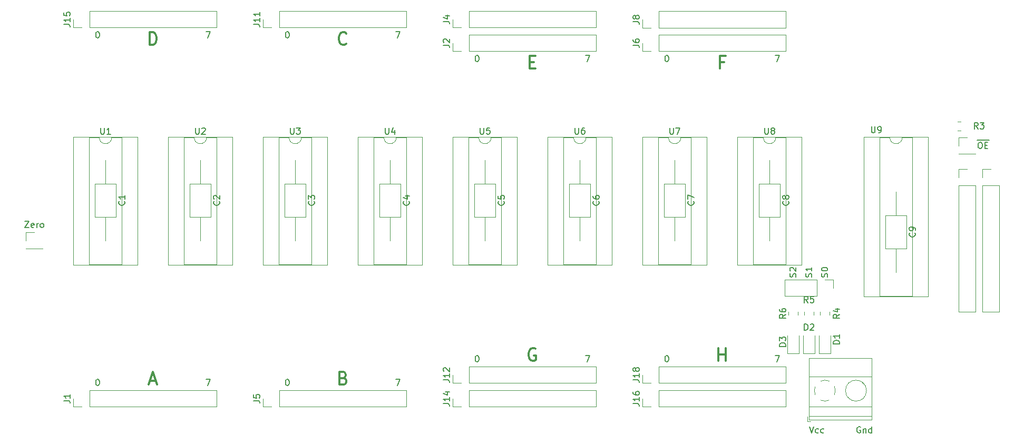
<source format=gbr>
%TF.GenerationSoftware,KiCad,Pcbnew,(5.1.8)-1*%
%TF.CreationDate,2023-02-14T21:38:17+03:00*%
%TF.ProjectId,MUX8x1-v3,4d555838-7831-42d7-9633-2e6b69636164,rev?*%
%TF.SameCoordinates,Original*%
%TF.FileFunction,Legend,Top*%
%TF.FilePolarity,Positive*%
%FSLAX46Y46*%
G04 Gerber Fmt 4.6, Leading zero omitted, Abs format (unit mm)*
G04 Created by KiCad (PCBNEW (5.1.8)-1) date 2023-02-14 21:38:17*
%MOMM*%
%LPD*%
G01*
G04 APERTURE LIST*
%ADD10C,0.300000*%
%ADD11C,0.150000*%
%ADD12C,0.120000*%
G04 APERTURE END LIST*
D10*
X49006190Y-42179761D02*
X49006190Y-40179761D01*
X49482380Y-40179761D01*
X49768095Y-40275000D01*
X49958571Y-40465476D01*
X50053809Y-40655952D01*
X50149047Y-41036904D01*
X50149047Y-41322619D01*
X50053809Y-41703571D01*
X49958571Y-41894047D01*
X49768095Y-42084523D01*
X49482380Y-42179761D01*
X49006190Y-42179761D01*
X80629047Y-41989285D02*
X80533809Y-42084523D01*
X80248095Y-42179761D01*
X80057619Y-42179761D01*
X79771904Y-42084523D01*
X79581428Y-41894047D01*
X79486190Y-41703571D01*
X79390952Y-41322619D01*
X79390952Y-41036904D01*
X79486190Y-40655952D01*
X79581428Y-40465476D01*
X79771904Y-40275000D01*
X80057619Y-40179761D01*
X80248095Y-40179761D01*
X80533809Y-40275000D01*
X80629047Y-40370238D01*
X110061428Y-44942142D02*
X110728095Y-44942142D01*
X111013809Y-45989761D02*
X110061428Y-45989761D01*
X110061428Y-43989761D01*
X111013809Y-43989761D01*
X141255714Y-44942142D02*
X140589047Y-44942142D01*
X140589047Y-45989761D02*
X140589047Y-43989761D01*
X141541428Y-43989761D01*
X140398571Y-92979761D02*
X140398571Y-90979761D01*
X140398571Y-91932142D02*
X141541428Y-91932142D01*
X141541428Y-92979761D02*
X141541428Y-90979761D01*
X111013809Y-91075000D02*
X110823333Y-90979761D01*
X110537619Y-90979761D01*
X110251904Y-91075000D01*
X110061428Y-91265476D01*
X109966190Y-91455952D01*
X109870952Y-91836904D01*
X109870952Y-92122619D01*
X109966190Y-92503571D01*
X110061428Y-92694047D01*
X110251904Y-92884523D01*
X110537619Y-92979761D01*
X110728095Y-92979761D01*
X111013809Y-92884523D01*
X111109047Y-92789285D01*
X111109047Y-92122619D01*
X110728095Y-92122619D01*
X80152857Y-95742142D02*
X80438571Y-95837380D01*
X80533809Y-95932619D01*
X80629047Y-96123095D01*
X80629047Y-96408809D01*
X80533809Y-96599285D01*
X80438571Y-96694523D01*
X80248095Y-96789761D01*
X79486190Y-96789761D01*
X79486190Y-94789761D01*
X80152857Y-94789761D01*
X80343333Y-94885000D01*
X80438571Y-94980238D01*
X80533809Y-95170714D01*
X80533809Y-95361190D01*
X80438571Y-95551666D01*
X80343333Y-95646904D01*
X80152857Y-95742142D01*
X79486190Y-95742142D01*
X49053809Y-96218333D02*
X50006190Y-96218333D01*
X48863333Y-96789761D02*
X49530000Y-94789761D01*
X50196666Y-96789761D01*
D11*
X40592380Y-95972380D02*
X40687619Y-95972380D01*
X40782857Y-96020000D01*
X40830476Y-96067619D01*
X40878095Y-96162857D01*
X40925714Y-96353333D01*
X40925714Y-96591428D01*
X40878095Y-96781904D01*
X40830476Y-96877142D01*
X40782857Y-96924761D01*
X40687619Y-96972380D01*
X40592380Y-96972380D01*
X40497142Y-96924761D01*
X40449523Y-96877142D01*
X40401904Y-96781904D01*
X40354285Y-96591428D01*
X40354285Y-96353333D01*
X40401904Y-96162857D01*
X40449523Y-96067619D01*
X40497142Y-96020000D01*
X40592380Y-95972380D01*
X58086666Y-95972380D02*
X58753333Y-95972380D01*
X58324761Y-96972380D01*
X71072380Y-95972380D02*
X71167619Y-95972380D01*
X71262857Y-96020000D01*
X71310476Y-96067619D01*
X71358095Y-96162857D01*
X71405714Y-96353333D01*
X71405714Y-96591428D01*
X71358095Y-96781904D01*
X71310476Y-96877142D01*
X71262857Y-96924761D01*
X71167619Y-96972380D01*
X71072380Y-96972380D01*
X70977142Y-96924761D01*
X70929523Y-96877142D01*
X70881904Y-96781904D01*
X70834285Y-96591428D01*
X70834285Y-96353333D01*
X70881904Y-96162857D01*
X70929523Y-96067619D01*
X70977142Y-96020000D01*
X71072380Y-95972380D01*
X88566666Y-95972380D02*
X89233333Y-95972380D01*
X88804761Y-96972380D01*
X101552380Y-92162380D02*
X101647619Y-92162380D01*
X101742857Y-92210000D01*
X101790476Y-92257619D01*
X101838095Y-92352857D01*
X101885714Y-92543333D01*
X101885714Y-92781428D01*
X101838095Y-92971904D01*
X101790476Y-93067142D01*
X101742857Y-93114761D01*
X101647619Y-93162380D01*
X101552380Y-93162380D01*
X101457142Y-93114761D01*
X101409523Y-93067142D01*
X101361904Y-92971904D01*
X101314285Y-92781428D01*
X101314285Y-92543333D01*
X101361904Y-92352857D01*
X101409523Y-92257619D01*
X101457142Y-92210000D01*
X101552380Y-92162380D01*
X119046666Y-92162380D02*
X119713333Y-92162380D01*
X119284761Y-93162380D01*
X132032380Y-92162380D02*
X132127619Y-92162380D01*
X132222857Y-92210000D01*
X132270476Y-92257619D01*
X132318095Y-92352857D01*
X132365714Y-92543333D01*
X132365714Y-92781428D01*
X132318095Y-92971904D01*
X132270476Y-93067142D01*
X132222857Y-93114761D01*
X132127619Y-93162380D01*
X132032380Y-93162380D01*
X131937142Y-93114761D01*
X131889523Y-93067142D01*
X131841904Y-92971904D01*
X131794285Y-92781428D01*
X131794285Y-92543333D01*
X131841904Y-92352857D01*
X131889523Y-92257619D01*
X131937142Y-92210000D01*
X132032380Y-92162380D01*
X149526666Y-92162380D02*
X150193333Y-92162380D01*
X149764761Y-93162380D01*
X132032380Y-43902380D02*
X132127619Y-43902380D01*
X132222857Y-43950000D01*
X132270476Y-43997619D01*
X132318095Y-44092857D01*
X132365714Y-44283333D01*
X132365714Y-44521428D01*
X132318095Y-44711904D01*
X132270476Y-44807142D01*
X132222857Y-44854761D01*
X132127619Y-44902380D01*
X132032380Y-44902380D01*
X131937142Y-44854761D01*
X131889523Y-44807142D01*
X131841904Y-44711904D01*
X131794285Y-44521428D01*
X131794285Y-44283333D01*
X131841904Y-44092857D01*
X131889523Y-43997619D01*
X131937142Y-43950000D01*
X132032380Y-43902380D01*
X149526666Y-43902380D02*
X150193333Y-43902380D01*
X149764761Y-44902380D01*
X101552380Y-43902380D02*
X101647619Y-43902380D01*
X101742857Y-43950000D01*
X101790476Y-43997619D01*
X101838095Y-44092857D01*
X101885714Y-44283333D01*
X101885714Y-44521428D01*
X101838095Y-44711904D01*
X101790476Y-44807142D01*
X101742857Y-44854761D01*
X101647619Y-44902380D01*
X101552380Y-44902380D01*
X101457142Y-44854761D01*
X101409523Y-44807142D01*
X101361904Y-44711904D01*
X101314285Y-44521428D01*
X101314285Y-44283333D01*
X101361904Y-44092857D01*
X101409523Y-43997619D01*
X101457142Y-43950000D01*
X101552380Y-43902380D01*
X119046666Y-43902380D02*
X119713333Y-43902380D01*
X119284761Y-44902380D01*
X71072380Y-40092380D02*
X71167619Y-40092380D01*
X71262857Y-40140000D01*
X71310476Y-40187619D01*
X71358095Y-40282857D01*
X71405714Y-40473333D01*
X71405714Y-40711428D01*
X71358095Y-40901904D01*
X71310476Y-40997142D01*
X71262857Y-41044761D01*
X71167619Y-41092380D01*
X71072380Y-41092380D01*
X70977142Y-41044761D01*
X70929523Y-40997142D01*
X70881904Y-40901904D01*
X70834285Y-40711428D01*
X70834285Y-40473333D01*
X70881904Y-40282857D01*
X70929523Y-40187619D01*
X70977142Y-40140000D01*
X71072380Y-40092380D01*
X88566666Y-40092380D02*
X89233333Y-40092380D01*
X88804761Y-41092380D01*
X58086666Y-40092380D02*
X58753333Y-40092380D01*
X58324761Y-41092380D01*
X40592380Y-40092380D02*
X40687619Y-40092380D01*
X40782857Y-40140000D01*
X40830476Y-40187619D01*
X40878095Y-40282857D01*
X40925714Y-40473333D01*
X40925714Y-40711428D01*
X40878095Y-40901904D01*
X40830476Y-40997142D01*
X40782857Y-41044761D01*
X40687619Y-41092380D01*
X40592380Y-41092380D01*
X40497142Y-41044761D01*
X40449523Y-40997142D01*
X40401904Y-40901904D01*
X40354285Y-40711428D01*
X40354285Y-40473333D01*
X40401904Y-40282857D01*
X40449523Y-40187619D01*
X40497142Y-40140000D01*
X40592380Y-40092380D01*
X28956190Y-70572380D02*
X29622857Y-70572380D01*
X28956190Y-71572380D01*
X29622857Y-71572380D01*
X30384761Y-71524761D02*
X30289523Y-71572380D01*
X30099047Y-71572380D01*
X30003809Y-71524761D01*
X29956190Y-71429523D01*
X29956190Y-71048571D01*
X30003809Y-70953333D01*
X30099047Y-70905714D01*
X30289523Y-70905714D01*
X30384761Y-70953333D01*
X30432380Y-71048571D01*
X30432380Y-71143809D01*
X29956190Y-71239047D01*
X30860952Y-71572380D02*
X30860952Y-70905714D01*
X30860952Y-71096190D02*
X30908571Y-71000952D01*
X30956190Y-70953333D01*
X31051428Y-70905714D01*
X31146666Y-70905714D01*
X31622857Y-71572380D02*
X31527619Y-71524761D01*
X31480000Y-71477142D01*
X31432380Y-71381904D01*
X31432380Y-71096190D01*
X31480000Y-71000952D01*
X31527619Y-70953333D01*
X31622857Y-70905714D01*
X31765714Y-70905714D01*
X31860952Y-70953333D01*
X31908571Y-71000952D01*
X31956190Y-71096190D01*
X31956190Y-71381904D01*
X31908571Y-71477142D01*
X31860952Y-71524761D01*
X31765714Y-71572380D01*
X31622857Y-71572380D01*
X181903809Y-57505000D02*
X182951428Y-57505000D01*
X182332380Y-57872380D02*
X182522857Y-57872380D01*
X182618095Y-57920000D01*
X182713333Y-58015238D01*
X182760952Y-58205714D01*
X182760952Y-58539047D01*
X182713333Y-58729523D01*
X182618095Y-58824761D01*
X182522857Y-58872380D01*
X182332380Y-58872380D01*
X182237142Y-58824761D01*
X182141904Y-58729523D01*
X182094285Y-58539047D01*
X182094285Y-58205714D01*
X182141904Y-58015238D01*
X182237142Y-57920000D01*
X182332380Y-57872380D01*
X182951428Y-57505000D02*
X183856190Y-57505000D01*
X183189523Y-58348571D02*
X183522857Y-58348571D01*
X183665714Y-58872380D02*
X183189523Y-58872380D01*
X183189523Y-57872380D01*
X183665714Y-57872380D01*
X163187142Y-103640000D02*
X163091904Y-103592380D01*
X162949047Y-103592380D01*
X162806190Y-103640000D01*
X162710952Y-103735238D01*
X162663333Y-103830476D01*
X162615714Y-104020952D01*
X162615714Y-104163809D01*
X162663333Y-104354285D01*
X162710952Y-104449523D01*
X162806190Y-104544761D01*
X162949047Y-104592380D01*
X163044285Y-104592380D01*
X163187142Y-104544761D01*
X163234761Y-104497142D01*
X163234761Y-104163809D01*
X163044285Y-104163809D01*
X163663333Y-103925714D02*
X163663333Y-104592380D01*
X163663333Y-104020952D02*
X163710952Y-103973333D01*
X163806190Y-103925714D01*
X163949047Y-103925714D01*
X164044285Y-103973333D01*
X164091904Y-104068571D01*
X164091904Y-104592380D01*
X164996666Y-104592380D02*
X164996666Y-103592380D01*
X164996666Y-104544761D02*
X164901428Y-104592380D01*
X164710952Y-104592380D01*
X164615714Y-104544761D01*
X164568095Y-104497142D01*
X164520476Y-104401904D01*
X164520476Y-104116190D01*
X164568095Y-104020952D01*
X164615714Y-103973333D01*
X164710952Y-103925714D01*
X164901428Y-103925714D01*
X164996666Y-103973333D01*
X155019523Y-103592380D02*
X155352857Y-104592380D01*
X155686190Y-103592380D01*
X156448095Y-104544761D02*
X156352857Y-104592380D01*
X156162380Y-104592380D01*
X156067142Y-104544761D01*
X156019523Y-104497142D01*
X155971904Y-104401904D01*
X155971904Y-104116190D01*
X156019523Y-104020952D01*
X156067142Y-103973333D01*
X156162380Y-103925714D01*
X156352857Y-103925714D01*
X156448095Y-103973333D01*
X157305238Y-104544761D02*
X157210000Y-104592380D01*
X157019523Y-104592380D01*
X156924285Y-104544761D01*
X156876666Y-104497142D01*
X156829047Y-104401904D01*
X156829047Y-104116190D01*
X156876666Y-104020952D01*
X156924285Y-103973333D01*
X157019523Y-103925714D01*
X157210000Y-103925714D01*
X157305238Y-103973333D01*
X152804761Y-79501904D02*
X152852380Y-79359047D01*
X152852380Y-79120952D01*
X152804761Y-79025714D01*
X152757142Y-78978095D01*
X152661904Y-78930476D01*
X152566666Y-78930476D01*
X152471428Y-78978095D01*
X152423809Y-79025714D01*
X152376190Y-79120952D01*
X152328571Y-79311428D01*
X152280952Y-79406666D01*
X152233333Y-79454285D01*
X152138095Y-79501904D01*
X152042857Y-79501904D01*
X151947619Y-79454285D01*
X151900000Y-79406666D01*
X151852380Y-79311428D01*
X151852380Y-79073333D01*
X151900000Y-78930476D01*
X151947619Y-78549523D02*
X151900000Y-78501904D01*
X151852380Y-78406666D01*
X151852380Y-78168571D01*
X151900000Y-78073333D01*
X151947619Y-78025714D01*
X152042857Y-77978095D01*
X152138095Y-77978095D01*
X152280952Y-78025714D01*
X152852380Y-78597142D01*
X152852380Y-77978095D01*
X155344761Y-79501904D02*
X155392380Y-79359047D01*
X155392380Y-79120952D01*
X155344761Y-79025714D01*
X155297142Y-78978095D01*
X155201904Y-78930476D01*
X155106666Y-78930476D01*
X155011428Y-78978095D01*
X154963809Y-79025714D01*
X154916190Y-79120952D01*
X154868571Y-79311428D01*
X154820952Y-79406666D01*
X154773333Y-79454285D01*
X154678095Y-79501904D01*
X154582857Y-79501904D01*
X154487619Y-79454285D01*
X154440000Y-79406666D01*
X154392380Y-79311428D01*
X154392380Y-79073333D01*
X154440000Y-78930476D01*
X155392380Y-77978095D02*
X155392380Y-78549523D01*
X155392380Y-78263809D02*
X154392380Y-78263809D01*
X154535238Y-78359047D01*
X154630476Y-78454285D01*
X154678095Y-78549523D01*
X157884761Y-79501904D02*
X157932380Y-79359047D01*
X157932380Y-79120952D01*
X157884761Y-79025714D01*
X157837142Y-78978095D01*
X157741904Y-78930476D01*
X157646666Y-78930476D01*
X157551428Y-78978095D01*
X157503809Y-79025714D01*
X157456190Y-79120952D01*
X157408571Y-79311428D01*
X157360952Y-79406666D01*
X157313333Y-79454285D01*
X157218095Y-79501904D01*
X157122857Y-79501904D01*
X157027619Y-79454285D01*
X156980000Y-79406666D01*
X156932380Y-79311428D01*
X156932380Y-79073333D01*
X156980000Y-78930476D01*
X156932380Y-78311428D02*
X156932380Y-78216190D01*
X156980000Y-78120952D01*
X157027619Y-78073333D01*
X157122857Y-78025714D01*
X157313333Y-77978095D01*
X157551428Y-77978095D01*
X157741904Y-78025714D01*
X157837142Y-78073333D01*
X157884761Y-78120952D01*
X157932380Y-78216190D01*
X157932380Y-78311428D01*
X157884761Y-78406666D01*
X157837142Y-78454285D01*
X157741904Y-78501904D01*
X157551428Y-78549523D01*
X157313333Y-78549523D01*
X157122857Y-78501904D01*
X157027619Y-78454285D01*
X156980000Y-78406666D01*
X156932380Y-78311428D01*
D12*
%TO.C,R6*%
X151665000Y-85587064D02*
X151665000Y-85132936D01*
X153135000Y-85587064D02*
X153135000Y-85132936D01*
%TO.C,R5*%
X154205000Y-85587064D02*
X154205000Y-85132936D01*
X155675000Y-85587064D02*
X155675000Y-85132936D01*
%TO.C,R4*%
X156745000Y-85587064D02*
X156745000Y-85132936D01*
X158215000Y-85587064D02*
X158215000Y-85132936D01*
%TO.C,D3*%
X151440000Y-88925000D02*
X151440000Y-91785000D01*
X151440000Y-91785000D02*
X153360000Y-91785000D01*
X153360000Y-91785000D02*
X153360000Y-88925000D01*
%TO.C,D2*%
X153980000Y-88925000D02*
X153980000Y-91785000D01*
X153980000Y-91785000D02*
X155900000Y-91785000D01*
X155900000Y-91785000D02*
X155900000Y-88925000D01*
%TO.C,D1*%
X156520000Y-88925000D02*
X156520000Y-91785000D01*
X156520000Y-91785000D02*
X158440000Y-91785000D01*
X158440000Y-91785000D02*
X158440000Y-88925000D01*
%TO.C,C9*%
X170580000Y-69600000D02*
X167240000Y-69600000D01*
X167240000Y-69600000D02*
X167240000Y-74940000D01*
X167240000Y-74940000D02*
X170580000Y-74940000D01*
X170580000Y-74940000D02*
X170580000Y-69600000D01*
X168910000Y-65810000D02*
X168910000Y-69600000D01*
X168910000Y-78730000D02*
X168910000Y-74940000D01*
%TO.C,U9*%
X174050000Y-57030000D02*
X163770000Y-57030000D01*
X174050000Y-82670000D02*
X174050000Y-57030000D01*
X163770000Y-82670000D02*
X174050000Y-82670000D01*
X163770000Y-57030000D02*
X163770000Y-82670000D01*
X171560000Y-57090000D02*
X169910000Y-57090000D01*
X171560000Y-82610000D02*
X171560000Y-57090000D01*
X166260000Y-82610000D02*
X171560000Y-82610000D01*
X166260000Y-57090000D02*
X166260000Y-82610000D01*
X167910000Y-57090000D02*
X166260000Y-57090000D01*
X169910000Y-57090000D02*
G75*
G02*
X167910000Y-57090000I-1000000J0D01*
G01*
%TO.C,R3*%
X179297064Y-54510000D02*
X178842936Y-54510000D01*
X179297064Y-55980000D02*
X178842936Y-55980000D01*
%TO.C,J7*%
X179010000Y-57090000D02*
X180340000Y-57090000D01*
X179010000Y-58420000D02*
X179010000Y-57090000D01*
X179010000Y-59690000D02*
X181670000Y-59690000D01*
X181670000Y-59690000D02*
X181670000Y-59750000D01*
X179010000Y-59690000D02*
X179010000Y-59750000D01*
X179010000Y-59750000D02*
X181670000Y-59750000D01*
%TO.C,J3*%
X179010000Y-62170000D02*
X180340000Y-62170000D01*
X179010000Y-63500000D02*
X179010000Y-62170000D01*
X179010000Y-64770000D02*
X181670000Y-64770000D01*
X181670000Y-64770000D02*
X181670000Y-85150000D01*
X179010000Y-64770000D02*
X179010000Y-85150000D01*
X179010000Y-85150000D02*
X181670000Y-85150000D01*
%TO.C,J21*%
X182820000Y-85150000D02*
X185480000Y-85150000D01*
X182820000Y-64770000D02*
X182820000Y-85150000D01*
X185480000Y-64770000D02*
X185480000Y-85150000D01*
X182820000Y-64770000D02*
X185480000Y-64770000D01*
X182820000Y-63500000D02*
X182820000Y-62170000D01*
X182820000Y-62170000D02*
X184150000Y-62170000D01*
%TO.C,J18*%
X151190000Y-96580000D02*
X151190000Y-93920000D01*
X130810000Y-96580000D02*
X151190000Y-96580000D01*
X130810000Y-93920000D02*
X151190000Y-93920000D01*
X130810000Y-96580000D02*
X130810000Y-93920000D01*
X129540000Y-96580000D02*
X128210000Y-96580000D01*
X128210000Y-96580000D02*
X128210000Y-95250000D01*
%TO.C,J16*%
X151190000Y-100390000D02*
X151190000Y-97730000D01*
X130810000Y-100390000D02*
X151190000Y-100390000D01*
X130810000Y-97730000D02*
X151190000Y-97730000D01*
X130810000Y-100390000D02*
X130810000Y-97730000D01*
X129540000Y-100390000D02*
X128210000Y-100390000D01*
X128210000Y-100390000D02*
X128210000Y-99060000D01*
%TO.C,J15*%
X59750000Y-39430000D02*
X59750000Y-36770000D01*
X39370000Y-39430000D02*
X59750000Y-39430000D01*
X39370000Y-36770000D02*
X59750000Y-36770000D01*
X39370000Y-39430000D02*
X39370000Y-36770000D01*
X38100000Y-39430000D02*
X36770000Y-39430000D01*
X36770000Y-39430000D02*
X36770000Y-38100000D01*
%TO.C,J14*%
X120710000Y-100390000D02*
X120710000Y-97730000D01*
X100330000Y-100390000D02*
X120710000Y-100390000D01*
X100330000Y-97730000D02*
X120710000Y-97730000D01*
X100330000Y-100390000D02*
X100330000Y-97730000D01*
X99060000Y-100390000D02*
X97730000Y-100390000D01*
X97730000Y-100390000D02*
X97730000Y-99060000D01*
%TO.C,J12*%
X120710000Y-96580000D02*
X120710000Y-93920000D01*
X100330000Y-96580000D02*
X120710000Y-96580000D01*
X100330000Y-93920000D02*
X120710000Y-93920000D01*
X100330000Y-96580000D02*
X100330000Y-93920000D01*
X99060000Y-96580000D02*
X97730000Y-96580000D01*
X97730000Y-96580000D02*
X97730000Y-95250000D01*
%TO.C,J11*%
X90230000Y-39430000D02*
X90230000Y-36770000D01*
X69850000Y-39430000D02*
X90230000Y-39430000D01*
X69850000Y-36770000D02*
X90230000Y-36770000D01*
X69850000Y-39430000D02*
X69850000Y-36770000D01*
X68580000Y-39430000D02*
X67250000Y-39430000D01*
X67250000Y-39430000D02*
X67250000Y-38100000D01*
%TO.C,J8*%
X151190000Y-39470000D02*
X151190000Y-36810000D01*
X130810000Y-39470000D02*
X151190000Y-39470000D01*
X130810000Y-36810000D02*
X151190000Y-36810000D01*
X130810000Y-39470000D02*
X130810000Y-36810000D01*
X129540000Y-39470000D02*
X128210000Y-39470000D01*
X128210000Y-39470000D02*
X128210000Y-38140000D01*
%TO.C,J6*%
X151190000Y-43240000D02*
X151190000Y-40580000D01*
X130810000Y-43240000D02*
X151190000Y-43240000D01*
X130810000Y-40580000D02*
X151190000Y-40580000D01*
X130810000Y-43240000D02*
X130810000Y-40580000D01*
X129540000Y-43240000D02*
X128210000Y-43240000D01*
X128210000Y-43240000D02*
X128210000Y-41910000D01*
%TO.C,J5*%
X90230000Y-100390000D02*
X90230000Y-97730000D01*
X69850000Y-100390000D02*
X90230000Y-100390000D01*
X69850000Y-97730000D02*
X90230000Y-97730000D01*
X69850000Y-100390000D02*
X69850000Y-97730000D01*
X68580000Y-100390000D02*
X67250000Y-100390000D01*
X67250000Y-100390000D02*
X67250000Y-99060000D01*
%TO.C,J4*%
X120710000Y-39430000D02*
X120710000Y-36770000D01*
X100330000Y-39430000D02*
X120710000Y-39430000D01*
X100330000Y-36770000D02*
X120710000Y-36770000D01*
X100330000Y-39430000D02*
X100330000Y-36770000D01*
X99060000Y-39430000D02*
X97730000Y-39430000D01*
X97730000Y-39430000D02*
X97730000Y-38100000D01*
%TO.C,J2*%
X120710000Y-43240000D02*
X120710000Y-40580000D01*
X100330000Y-43240000D02*
X120710000Y-43240000D01*
X100330000Y-40580000D02*
X120710000Y-40580000D01*
X100330000Y-43240000D02*
X100330000Y-40580000D01*
X99060000Y-43240000D02*
X97730000Y-43240000D01*
X97730000Y-43240000D02*
X97730000Y-41910000D01*
%TO.C,J1*%
X59750000Y-100390000D02*
X59750000Y-97730000D01*
X39370000Y-100390000D02*
X59750000Y-100390000D01*
X39370000Y-97730000D02*
X59750000Y-97730000D01*
X39370000Y-100390000D02*
X39370000Y-97730000D01*
X38100000Y-100390000D02*
X36770000Y-100390000D01*
X36770000Y-100390000D02*
X36770000Y-99060000D01*
%TO.C,C8*%
X150260000Y-64520000D02*
X146920000Y-64520000D01*
X146920000Y-64520000D02*
X146920000Y-69860000D01*
X146920000Y-69860000D02*
X150260000Y-69860000D01*
X150260000Y-69860000D02*
X150260000Y-64520000D01*
X148590000Y-60730000D02*
X148590000Y-64520000D01*
X148590000Y-73650000D02*
X148590000Y-69860000D01*
%TO.C,C7*%
X135020000Y-64520000D02*
X131680000Y-64520000D01*
X131680000Y-64520000D02*
X131680000Y-69860000D01*
X131680000Y-69860000D02*
X135020000Y-69860000D01*
X135020000Y-69860000D02*
X135020000Y-64520000D01*
X133350000Y-60730000D02*
X133350000Y-64520000D01*
X133350000Y-73650000D02*
X133350000Y-69860000D01*
%TO.C,C6*%
X119780000Y-64520000D02*
X116440000Y-64520000D01*
X116440000Y-64520000D02*
X116440000Y-69860000D01*
X116440000Y-69860000D02*
X119780000Y-69860000D01*
X119780000Y-69860000D02*
X119780000Y-64520000D01*
X118110000Y-60730000D02*
X118110000Y-64520000D01*
X118110000Y-73650000D02*
X118110000Y-69860000D01*
%TO.C,C5*%
X104540000Y-64520000D02*
X101200000Y-64520000D01*
X101200000Y-64520000D02*
X101200000Y-69860000D01*
X101200000Y-69860000D02*
X104540000Y-69860000D01*
X104540000Y-69860000D02*
X104540000Y-64520000D01*
X102870000Y-60730000D02*
X102870000Y-64520000D01*
X102870000Y-73650000D02*
X102870000Y-69860000D01*
%TO.C,C4*%
X89300000Y-64520000D02*
X85960000Y-64520000D01*
X85960000Y-64520000D02*
X85960000Y-69860000D01*
X85960000Y-69860000D02*
X89300000Y-69860000D01*
X89300000Y-69860000D02*
X89300000Y-64520000D01*
X87630000Y-60730000D02*
X87630000Y-64520000D01*
X87630000Y-73650000D02*
X87630000Y-69860000D01*
%TO.C,C3*%
X74060000Y-64520000D02*
X70720000Y-64520000D01*
X70720000Y-64520000D02*
X70720000Y-69860000D01*
X70720000Y-69860000D02*
X74060000Y-69860000D01*
X74060000Y-69860000D02*
X74060000Y-64520000D01*
X72390000Y-60730000D02*
X72390000Y-64520000D01*
X72390000Y-73650000D02*
X72390000Y-69860000D01*
%TO.C,C2*%
X58820000Y-64520000D02*
X55480000Y-64520000D01*
X55480000Y-64520000D02*
X55480000Y-69860000D01*
X55480000Y-69860000D02*
X58820000Y-69860000D01*
X58820000Y-69860000D02*
X58820000Y-64520000D01*
X57150000Y-60730000D02*
X57150000Y-64520000D01*
X57150000Y-73650000D02*
X57150000Y-69860000D01*
%TO.C,C1*%
X43580000Y-64520000D02*
X40240000Y-64520000D01*
X40240000Y-64520000D02*
X40240000Y-69860000D01*
X40240000Y-69860000D02*
X43580000Y-69860000D01*
X43580000Y-69860000D02*
X43580000Y-64520000D01*
X41910000Y-60730000D02*
X41910000Y-64520000D01*
X41910000Y-73650000D02*
X41910000Y-69860000D01*
%TO.C,U8*%
X147590000Y-57090000D02*
X145940000Y-57090000D01*
X145940000Y-57090000D02*
X145940000Y-77530000D01*
X145940000Y-77530000D02*
X151240000Y-77530000D01*
X151240000Y-77530000D02*
X151240000Y-57090000D01*
X151240000Y-57090000D02*
X149590000Y-57090000D01*
X143450000Y-57030000D02*
X143450000Y-77590000D01*
X143450000Y-77590000D02*
X153730000Y-77590000D01*
X153730000Y-77590000D02*
X153730000Y-57030000D01*
X153730000Y-57030000D02*
X143450000Y-57030000D01*
X149590000Y-57090000D02*
G75*
G02*
X147590000Y-57090000I-1000000J0D01*
G01*
%TO.C,U7*%
X132350000Y-57090000D02*
X130700000Y-57090000D01*
X130700000Y-57090000D02*
X130700000Y-77530000D01*
X130700000Y-77530000D02*
X136000000Y-77530000D01*
X136000000Y-77530000D02*
X136000000Y-57090000D01*
X136000000Y-57090000D02*
X134350000Y-57090000D01*
X128210000Y-57030000D02*
X128210000Y-77590000D01*
X128210000Y-77590000D02*
X138490000Y-77590000D01*
X138490000Y-77590000D02*
X138490000Y-57030000D01*
X138490000Y-57030000D02*
X128210000Y-57030000D01*
X134350000Y-57090000D02*
G75*
G02*
X132350000Y-57090000I-1000000J0D01*
G01*
%TO.C,U6*%
X117110000Y-57090000D02*
X115460000Y-57090000D01*
X115460000Y-57090000D02*
X115460000Y-77530000D01*
X115460000Y-77530000D02*
X120760000Y-77530000D01*
X120760000Y-77530000D02*
X120760000Y-57090000D01*
X120760000Y-57090000D02*
X119110000Y-57090000D01*
X112970000Y-57030000D02*
X112970000Y-77590000D01*
X112970000Y-77590000D02*
X123250000Y-77590000D01*
X123250000Y-77590000D02*
X123250000Y-57030000D01*
X123250000Y-57030000D02*
X112970000Y-57030000D01*
X119110000Y-57090000D02*
G75*
G02*
X117110000Y-57090000I-1000000J0D01*
G01*
%TO.C,U5*%
X101870000Y-57090000D02*
X100220000Y-57090000D01*
X100220000Y-57090000D02*
X100220000Y-77530000D01*
X100220000Y-77530000D02*
X105520000Y-77530000D01*
X105520000Y-77530000D02*
X105520000Y-57090000D01*
X105520000Y-57090000D02*
X103870000Y-57090000D01*
X97730000Y-57030000D02*
X97730000Y-77590000D01*
X97730000Y-77590000D02*
X108010000Y-77590000D01*
X108010000Y-77590000D02*
X108010000Y-57030000D01*
X108010000Y-57030000D02*
X97730000Y-57030000D01*
X103870000Y-57090000D02*
G75*
G02*
X101870000Y-57090000I-1000000J0D01*
G01*
%TO.C,U4*%
X86630000Y-57090000D02*
X84980000Y-57090000D01*
X84980000Y-57090000D02*
X84980000Y-77530000D01*
X84980000Y-77530000D02*
X90280000Y-77530000D01*
X90280000Y-77530000D02*
X90280000Y-57090000D01*
X90280000Y-57090000D02*
X88630000Y-57090000D01*
X82490000Y-57030000D02*
X82490000Y-77590000D01*
X82490000Y-77590000D02*
X92770000Y-77590000D01*
X92770000Y-77590000D02*
X92770000Y-57030000D01*
X92770000Y-57030000D02*
X82490000Y-57030000D01*
X88630000Y-57090000D02*
G75*
G02*
X86630000Y-57090000I-1000000J0D01*
G01*
%TO.C,U3*%
X71390000Y-57090000D02*
X69740000Y-57090000D01*
X69740000Y-57090000D02*
X69740000Y-77530000D01*
X69740000Y-77530000D02*
X75040000Y-77530000D01*
X75040000Y-77530000D02*
X75040000Y-57090000D01*
X75040000Y-57090000D02*
X73390000Y-57090000D01*
X67250000Y-57030000D02*
X67250000Y-77590000D01*
X67250000Y-77590000D02*
X77530000Y-77590000D01*
X77530000Y-77590000D02*
X77530000Y-57030000D01*
X77530000Y-57030000D02*
X67250000Y-57030000D01*
X73390000Y-57090000D02*
G75*
G02*
X71390000Y-57090000I-1000000J0D01*
G01*
%TO.C,U2*%
X56150000Y-57090000D02*
X54500000Y-57090000D01*
X54500000Y-57090000D02*
X54500000Y-77530000D01*
X54500000Y-77530000D02*
X59800000Y-77530000D01*
X59800000Y-77530000D02*
X59800000Y-57090000D01*
X59800000Y-57090000D02*
X58150000Y-57090000D01*
X52010000Y-57030000D02*
X52010000Y-77590000D01*
X52010000Y-77590000D02*
X62290000Y-77590000D01*
X62290000Y-77590000D02*
X62290000Y-57030000D01*
X62290000Y-57030000D02*
X52010000Y-57030000D01*
X58150000Y-57090000D02*
G75*
G02*
X56150000Y-57090000I-1000000J0D01*
G01*
%TO.C,U1*%
X40910000Y-57090000D02*
X39260000Y-57090000D01*
X39260000Y-57090000D02*
X39260000Y-77530000D01*
X39260000Y-77530000D02*
X44560000Y-77530000D01*
X44560000Y-77530000D02*
X44560000Y-57090000D01*
X44560000Y-57090000D02*
X42910000Y-57090000D01*
X36770000Y-57030000D02*
X36770000Y-77590000D01*
X36770000Y-77590000D02*
X47050000Y-77590000D01*
X47050000Y-77590000D02*
X47050000Y-57030000D01*
X47050000Y-57030000D02*
X36770000Y-57030000D01*
X42910000Y-57090000D02*
G75*
G02*
X40910000Y-57090000I-1000000J0D01*
G01*
%TO.C,J20*%
X29150000Y-74990000D02*
X31810000Y-74990000D01*
X29150000Y-74930000D02*
X29150000Y-74990000D01*
X31810000Y-74930000D02*
X31810000Y-74990000D01*
X29150000Y-74930000D02*
X31810000Y-74930000D01*
X29150000Y-73660000D02*
X29150000Y-72330000D01*
X29150000Y-72330000D02*
X30480000Y-72330000D01*
%TO.C,J10*%
X151070000Y-79950000D02*
X151070000Y-82610000D01*
X156210000Y-79950000D02*
X151070000Y-79950000D01*
X156210000Y-82610000D02*
X151070000Y-82610000D01*
X156210000Y-79950000D02*
X156210000Y-82610000D01*
X157480000Y-79950000D02*
X158810000Y-79950000D01*
X158810000Y-79950000D02*
X158810000Y-81280000D01*
%TO.C,J9*%
X164160000Y-97790000D02*
G75*
G03*
X164160000Y-97790000I-1680000J0D01*
G01*
X154920000Y-101890000D02*
X165040000Y-101890000D01*
X154920000Y-100390000D02*
X165040000Y-100390000D01*
X154920000Y-95489000D02*
X165040000Y-95489000D01*
X154920000Y-92529000D02*
X165040000Y-92529000D01*
X154920000Y-102450000D02*
X165040000Y-102450000D01*
X154920000Y-92529000D02*
X154920000Y-102450000D01*
X165040000Y-92529000D02*
X165040000Y-102450000D01*
X163755000Y-96721000D02*
X163708000Y-96767000D01*
X161446000Y-99029000D02*
X161411000Y-99064000D01*
X163550000Y-96515000D02*
X163515000Y-96551000D01*
X161253000Y-98813000D02*
X161206000Y-98859000D01*
X154680000Y-101950000D02*
X154680000Y-102690000D01*
X154680000Y-102690000D02*
X155180000Y-102690000D01*
X157508805Y-99470253D02*
G75*
G02*
X156796000Y-99325000I-28805J1680253D01*
G01*
X155944574Y-98473042D02*
G75*
G02*
X155945000Y-97106000I1535426J683042D01*
G01*
X156796958Y-96254574D02*
G75*
G02*
X158164000Y-96255000I683042J-1535426D01*
G01*
X159015426Y-97106958D02*
G75*
G02*
X159015000Y-98474000I-1535426J-683042D01*
G01*
X158163318Y-99324756D02*
G75*
G02*
X157480000Y-99470000I-683318J1534756D01*
G01*
%TO.C,R6*%
D11*
X151202380Y-85526666D02*
X150726190Y-85860000D01*
X151202380Y-86098095D02*
X150202380Y-86098095D01*
X150202380Y-85717142D01*
X150250000Y-85621904D01*
X150297619Y-85574285D01*
X150392857Y-85526666D01*
X150535714Y-85526666D01*
X150630952Y-85574285D01*
X150678571Y-85621904D01*
X150726190Y-85717142D01*
X150726190Y-86098095D01*
X150202380Y-84669523D02*
X150202380Y-84860000D01*
X150250000Y-84955238D01*
X150297619Y-85002857D01*
X150440476Y-85098095D01*
X150630952Y-85145714D01*
X151011904Y-85145714D01*
X151107142Y-85098095D01*
X151154761Y-85050476D01*
X151202380Y-84955238D01*
X151202380Y-84764761D01*
X151154761Y-84669523D01*
X151107142Y-84621904D01*
X151011904Y-84574285D01*
X150773809Y-84574285D01*
X150678571Y-84621904D01*
X150630952Y-84669523D01*
X150583333Y-84764761D01*
X150583333Y-84955238D01*
X150630952Y-85050476D01*
X150678571Y-85098095D01*
X150773809Y-85145714D01*
%TO.C,R5*%
X154773333Y-83637380D02*
X154440000Y-83161190D01*
X154201904Y-83637380D02*
X154201904Y-82637380D01*
X154582857Y-82637380D01*
X154678095Y-82685000D01*
X154725714Y-82732619D01*
X154773333Y-82827857D01*
X154773333Y-82970714D01*
X154725714Y-83065952D01*
X154678095Y-83113571D01*
X154582857Y-83161190D01*
X154201904Y-83161190D01*
X155678095Y-82637380D02*
X155201904Y-82637380D01*
X155154285Y-83113571D01*
X155201904Y-83065952D01*
X155297142Y-83018333D01*
X155535238Y-83018333D01*
X155630476Y-83065952D01*
X155678095Y-83113571D01*
X155725714Y-83208809D01*
X155725714Y-83446904D01*
X155678095Y-83542142D01*
X155630476Y-83589761D01*
X155535238Y-83637380D01*
X155297142Y-83637380D01*
X155201904Y-83589761D01*
X155154285Y-83542142D01*
%TO.C,R4*%
X159837380Y-85526666D02*
X159361190Y-85860000D01*
X159837380Y-86098095D02*
X158837380Y-86098095D01*
X158837380Y-85717142D01*
X158885000Y-85621904D01*
X158932619Y-85574285D01*
X159027857Y-85526666D01*
X159170714Y-85526666D01*
X159265952Y-85574285D01*
X159313571Y-85621904D01*
X159361190Y-85717142D01*
X159361190Y-86098095D01*
X159170714Y-84669523D02*
X159837380Y-84669523D01*
X158789761Y-84907619D02*
X159504047Y-85145714D01*
X159504047Y-84526666D01*
%TO.C,D3*%
X151202380Y-90663095D02*
X150202380Y-90663095D01*
X150202380Y-90425000D01*
X150250000Y-90282142D01*
X150345238Y-90186904D01*
X150440476Y-90139285D01*
X150630952Y-90091666D01*
X150773809Y-90091666D01*
X150964285Y-90139285D01*
X151059523Y-90186904D01*
X151154761Y-90282142D01*
X151202380Y-90425000D01*
X151202380Y-90663095D01*
X150202380Y-89758333D02*
X150202380Y-89139285D01*
X150583333Y-89472619D01*
X150583333Y-89329761D01*
X150630952Y-89234523D01*
X150678571Y-89186904D01*
X150773809Y-89139285D01*
X151011904Y-89139285D01*
X151107142Y-89186904D01*
X151154761Y-89234523D01*
X151202380Y-89329761D01*
X151202380Y-89615476D01*
X151154761Y-89710714D01*
X151107142Y-89758333D01*
%TO.C,D2*%
X154201904Y-88082380D02*
X154201904Y-87082380D01*
X154440000Y-87082380D01*
X154582857Y-87130000D01*
X154678095Y-87225238D01*
X154725714Y-87320476D01*
X154773333Y-87510952D01*
X154773333Y-87653809D01*
X154725714Y-87844285D01*
X154678095Y-87939523D01*
X154582857Y-88034761D01*
X154440000Y-88082380D01*
X154201904Y-88082380D01*
X155154285Y-87177619D02*
X155201904Y-87130000D01*
X155297142Y-87082380D01*
X155535238Y-87082380D01*
X155630476Y-87130000D01*
X155678095Y-87177619D01*
X155725714Y-87272857D01*
X155725714Y-87368095D01*
X155678095Y-87510952D01*
X155106666Y-88082380D01*
X155725714Y-88082380D01*
%TO.C,D1*%
X159837380Y-90273095D02*
X158837380Y-90273095D01*
X158837380Y-90035000D01*
X158885000Y-89892142D01*
X158980238Y-89796904D01*
X159075476Y-89749285D01*
X159265952Y-89701666D01*
X159408809Y-89701666D01*
X159599285Y-89749285D01*
X159694523Y-89796904D01*
X159789761Y-89892142D01*
X159837380Y-90035000D01*
X159837380Y-90273095D01*
X159837380Y-88749285D02*
X159837380Y-89320714D01*
X159837380Y-89035000D02*
X158837380Y-89035000D01*
X158980238Y-89130238D01*
X159075476Y-89225476D01*
X159123095Y-89320714D01*
%TO.C,C9*%
X171937142Y-72436666D02*
X171984761Y-72484285D01*
X172032380Y-72627142D01*
X172032380Y-72722380D01*
X171984761Y-72865238D01*
X171889523Y-72960476D01*
X171794285Y-73008095D01*
X171603809Y-73055714D01*
X171460952Y-73055714D01*
X171270476Y-73008095D01*
X171175238Y-72960476D01*
X171080000Y-72865238D01*
X171032380Y-72722380D01*
X171032380Y-72627142D01*
X171080000Y-72484285D01*
X171127619Y-72436666D01*
X172032380Y-71960476D02*
X172032380Y-71770000D01*
X171984761Y-71674761D01*
X171937142Y-71627142D01*
X171794285Y-71531904D01*
X171603809Y-71484285D01*
X171222857Y-71484285D01*
X171127619Y-71531904D01*
X171080000Y-71579523D01*
X171032380Y-71674761D01*
X171032380Y-71865238D01*
X171080000Y-71960476D01*
X171127619Y-72008095D01*
X171222857Y-72055714D01*
X171460952Y-72055714D01*
X171556190Y-72008095D01*
X171603809Y-71960476D01*
X171651428Y-71865238D01*
X171651428Y-71674761D01*
X171603809Y-71579523D01*
X171556190Y-71531904D01*
X171460952Y-71484285D01*
%TO.C,U9*%
X164973095Y-55332380D02*
X164973095Y-56141904D01*
X165020714Y-56237142D01*
X165068333Y-56284761D01*
X165163571Y-56332380D01*
X165354047Y-56332380D01*
X165449285Y-56284761D01*
X165496904Y-56237142D01*
X165544523Y-56141904D01*
X165544523Y-55332380D01*
X166068333Y-56332380D02*
X166258809Y-56332380D01*
X166354047Y-56284761D01*
X166401666Y-56237142D01*
X166496904Y-56094285D01*
X166544523Y-55903809D01*
X166544523Y-55522857D01*
X166496904Y-55427619D01*
X166449285Y-55380000D01*
X166354047Y-55332380D01*
X166163571Y-55332380D01*
X166068333Y-55380000D01*
X166020714Y-55427619D01*
X165973095Y-55522857D01*
X165973095Y-55760952D01*
X166020714Y-55856190D01*
X166068333Y-55903809D01*
X166163571Y-55951428D01*
X166354047Y-55951428D01*
X166449285Y-55903809D01*
X166496904Y-55856190D01*
X166544523Y-55760952D01*
%TO.C,R3*%
X182078333Y-55697380D02*
X181745000Y-55221190D01*
X181506904Y-55697380D02*
X181506904Y-54697380D01*
X181887857Y-54697380D01*
X181983095Y-54745000D01*
X182030714Y-54792619D01*
X182078333Y-54887857D01*
X182078333Y-55030714D01*
X182030714Y-55125952D01*
X181983095Y-55173571D01*
X181887857Y-55221190D01*
X181506904Y-55221190D01*
X182411666Y-54697380D02*
X183030714Y-54697380D01*
X182697380Y-55078333D01*
X182840238Y-55078333D01*
X182935476Y-55125952D01*
X182983095Y-55173571D01*
X183030714Y-55268809D01*
X183030714Y-55506904D01*
X182983095Y-55602142D01*
X182935476Y-55649761D01*
X182840238Y-55697380D01*
X182554523Y-55697380D01*
X182459285Y-55649761D01*
X182411666Y-55602142D01*
%TO.C,J18*%
X126662380Y-96059523D02*
X127376666Y-96059523D01*
X127519523Y-96107142D01*
X127614761Y-96202380D01*
X127662380Y-96345238D01*
X127662380Y-96440476D01*
X127662380Y-95059523D02*
X127662380Y-95630952D01*
X127662380Y-95345238D02*
X126662380Y-95345238D01*
X126805238Y-95440476D01*
X126900476Y-95535714D01*
X126948095Y-95630952D01*
X127090952Y-94488095D02*
X127043333Y-94583333D01*
X126995714Y-94630952D01*
X126900476Y-94678571D01*
X126852857Y-94678571D01*
X126757619Y-94630952D01*
X126710000Y-94583333D01*
X126662380Y-94488095D01*
X126662380Y-94297619D01*
X126710000Y-94202380D01*
X126757619Y-94154761D01*
X126852857Y-94107142D01*
X126900476Y-94107142D01*
X126995714Y-94154761D01*
X127043333Y-94202380D01*
X127090952Y-94297619D01*
X127090952Y-94488095D01*
X127138571Y-94583333D01*
X127186190Y-94630952D01*
X127281428Y-94678571D01*
X127471904Y-94678571D01*
X127567142Y-94630952D01*
X127614761Y-94583333D01*
X127662380Y-94488095D01*
X127662380Y-94297619D01*
X127614761Y-94202380D01*
X127567142Y-94154761D01*
X127471904Y-94107142D01*
X127281428Y-94107142D01*
X127186190Y-94154761D01*
X127138571Y-94202380D01*
X127090952Y-94297619D01*
%TO.C,J16*%
X126662380Y-99869523D02*
X127376666Y-99869523D01*
X127519523Y-99917142D01*
X127614761Y-100012380D01*
X127662380Y-100155238D01*
X127662380Y-100250476D01*
X127662380Y-98869523D02*
X127662380Y-99440952D01*
X127662380Y-99155238D02*
X126662380Y-99155238D01*
X126805238Y-99250476D01*
X126900476Y-99345714D01*
X126948095Y-99440952D01*
X126662380Y-98012380D02*
X126662380Y-98202857D01*
X126710000Y-98298095D01*
X126757619Y-98345714D01*
X126900476Y-98440952D01*
X127090952Y-98488571D01*
X127471904Y-98488571D01*
X127567142Y-98440952D01*
X127614761Y-98393333D01*
X127662380Y-98298095D01*
X127662380Y-98107619D01*
X127614761Y-98012380D01*
X127567142Y-97964761D01*
X127471904Y-97917142D01*
X127233809Y-97917142D01*
X127138571Y-97964761D01*
X127090952Y-98012380D01*
X127043333Y-98107619D01*
X127043333Y-98298095D01*
X127090952Y-98393333D01*
X127138571Y-98440952D01*
X127233809Y-98488571D01*
%TO.C,J15*%
X35222380Y-38909523D02*
X35936666Y-38909523D01*
X36079523Y-38957142D01*
X36174761Y-39052380D01*
X36222380Y-39195238D01*
X36222380Y-39290476D01*
X36222380Y-37909523D02*
X36222380Y-38480952D01*
X36222380Y-38195238D02*
X35222380Y-38195238D01*
X35365238Y-38290476D01*
X35460476Y-38385714D01*
X35508095Y-38480952D01*
X35222380Y-37004761D02*
X35222380Y-37480952D01*
X35698571Y-37528571D01*
X35650952Y-37480952D01*
X35603333Y-37385714D01*
X35603333Y-37147619D01*
X35650952Y-37052380D01*
X35698571Y-37004761D01*
X35793809Y-36957142D01*
X36031904Y-36957142D01*
X36127142Y-37004761D01*
X36174761Y-37052380D01*
X36222380Y-37147619D01*
X36222380Y-37385714D01*
X36174761Y-37480952D01*
X36127142Y-37528571D01*
%TO.C,J14*%
X96182380Y-99869523D02*
X96896666Y-99869523D01*
X97039523Y-99917142D01*
X97134761Y-100012380D01*
X97182380Y-100155238D01*
X97182380Y-100250476D01*
X97182380Y-98869523D02*
X97182380Y-99440952D01*
X97182380Y-99155238D02*
X96182380Y-99155238D01*
X96325238Y-99250476D01*
X96420476Y-99345714D01*
X96468095Y-99440952D01*
X96515714Y-98012380D02*
X97182380Y-98012380D01*
X96134761Y-98250476D02*
X96849047Y-98488571D01*
X96849047Y-97869523D01*
%TO.C,J12*%
X96182380Y-96059523D02*
X96896666Y-96059523D01*
X97039523Y-96107142D01*
X97134761Y-96202380D01*
X97182380Y-96345238D01*
X97182380Y-96440476D01*
X97182380Y-95059523D02*
X97182380Y-95630952D01*
X97182380Y-95345238D02*
X96182380Y-95345238D01*
X96325238Y-95440476D01*
X96420476Y-95535714D01*
X96468095Y-95630952D01*
X96277619Y-94678571D02*
X96230000Y-94630952D01*
X96182380Y-94535714D01*
X96182380Y-94297619D01*
X96230000Y-94202380D01*
X96277619Y-94154761D01*
X96372857Y-94107142D01*
X96468095Y-94107142D01*
X96610952Y-94154761D01*
X97182380Y-94726190D01*
X97182380Y-94107142D01*
%TO.C,J11*%
X65702380Y-38909523D02*
X66416666Y-38909523D01*
X66559523Y-38957142D01*
X66654761Y-39052380D01*
X66702380Y-39195238D01*
X66702380Y-39290476D01*
X66702380Y-37909523D02*
X66702380Y-38480952D01*
X66702380Y-38195238D02*
X65702380Y-38195238D01*
X65845238Y-38290476D01*
X65940476Y-38385714D01*
X65988095Y-38480952D01*
X66702380Y-36957142D02*
X66702380Y-37528571D01*
X66702380Y-37242857D02*
X65702380Y-37242857D01*
X65845238Y-37338095D01*
X65940476Y-37433333D01*
X65988095Y-37528571D01*
%TO.C,J8*%
X126662380Y-38473333D02*
X127376666Y-38473333D01*
X127519523Y-38520952D01*
X127614761Y-38616190D01*
X127662380Y-38759047D01*
X127662380Y-38854285D01*
X127090952Y-37854285D02*
X127043333Y-37949523D01*
X126995714Y-37997142D01*
X126900476Y-38044761D01*
X126852857Y-38044761D01*
X126757619Y-37997142D01*
X126710000Y-37949523D01*
X126662380Y-37854285D01*
X126662380Y-37663809D01*
X126710000Y-37568571D01*
X126757619Y-37520952D01*
X126852857Y-37473333D01*
X126900476Y-37473333D01*
X126995714Y-37520952D01*
X127043333Y-37568571D01*
X127090952Y-37663809D01*
X127090952Y-37854285D01*
X127138571Y-37949523D01*
X127186190Y-37997142D01*
X127281428Y-38044761D01*
X127471904Y-38044761D01*
X127567142Y-37997142D01*
X127614761Y-37949523D01*
X127662380Y-37854285D01*
X127662380Y-37663809D01*
X127614761Y-37568571D01*
X127567142Y-37520952D01*
X127471904Y-37473333D01*
X127281428Y-37473333D01*
X127186190Y-37520952D01*
X127138571Y-37568571D01*
X127090952Y-37663809D01*
%TO.C,J6*%
X126662380Y-42243333D02*
X127376666Y-42243333D01*
X127519523Y-42290952D01*
X127614761Y-42386190D01*
X127662380Y-42529047D01*
X127662380Y-42624285D01*
X126662380Y-41338571D02*
X126662380Y-41529047D01*
X126710000Y-41624285D01*
X126757619Y-41671904D01*
X126900476Y-41767142D01*
X127090952Y-41814761D01*
X127471904Y-41814761D01*
X127567142Y-41767142D01*
X127614761Y-41719523D01*
X127662380Y-41624285D01*
X127662380Y-41433809D01*
X127614761Y-41338571D01*
X127567142Y-41290952D01*
X127471904Y-41243333D01*
X127233809Y-41243333D01*
X127138571Y-41290952D01*
X127090952Y-41338571D01*
X127043333Y-41433809D01*
X127043333Y-41624285D01*
X127090952Y-41719523D01*
X127138571Y-41767142D01*
X127233809Y-41814761D01*
%TO.C,J5*%
X65702380Y-99393333D02*
X66416666Y-99393333D01*
X66559523Y-99440952D01*
X66654761Y-99536190D01*
X66702380Y-99679047D01*
X66702380Y-99774285D01*
X65702380Y-98440952D02*
X65702380Y-98917142D01*
X66178571Y-98964761D01*
X66130952Y-98917142D01*
X66083333Y-98821904D01*
X66083333Y-98583809D01*
X66130952Y-98488571D01*
X66178571Y-98440952D01*
X66273809Y-98393333D01*
X66511904Y-98393333D01*
X66607142Y-98440952D01*
X66654761Y-98488571D01*
X66702380Y-98583809D01*
X66702380Y-98821904D01*
X66654761Y-98917142D01*
X66607142Y-98964761D01*
%TO.C,J4*%
X96182380Y-38433333D02*
X96896666Y-38433333D01*
X97039523Y-38480952D01*
X97134761Y-38576190D01*
X97182380Y-38719047D01*
X97182380Y-38814285D01*
X96515714Y-37528571D02*
X97182380Y-37528571D01*
X96134761Y-37766666D02*
X96849047Y-38004761D01*
X96849047Y-37385714D01*
%TO.C,J2*%
X96182380Y-42243333D02*
X96896666Y-42243333D01*
X97039523Y-42290952D01*
X97134761Y-42386190D01*
X97182380Y-42529047D01*
X97182380Y-42624285D01*
X96277619Y-41814761D02*
X96230000Y-41767142D01*
X96182380Y-41671904D01*
X96182380Y-41433809D01*
X96230000Y-41338571D01*
X96277619Y-41290952D01*
X96372857Y-41243333D01*
X96468095Y-41243333D01*
X96610952Y-41290952D01*
X97182380Y-41862380D01*
X97182380Y-41243333D01*
%TO.C,J1*%
X35222380Y-99393333D02*
X35936666Y-99393333D01*
X36079523Y-99440952D01*
X36174761Y-99536190D01*
X36222380Y-99679047D01*
X36222380Y-99774285D01*
X36222380Y-98393333D02*
X36222380Y-98964761D01*
X36222380Y-98679047D02*
X35222380Y-98679047D01*
X35365238Y-98774285D01*
X35460476Y-98869523D01*
X35508095Y-98964761D01*
%TO.C,C8*%
X151617142Y-67356666D02*
X151664761Y-67404285D01*
X151712380Y-67547142D01*
X151712380Y-67642380D01*
X151664761Y-67785238D01*
X151569523Y-67880476D01*
X151474285Y-67928095D01*
X151283809Y-67975714D01*
X151140952Y-67975714D01*
X150950476Y-67928095D01*
X150855238Y-67880476D01*
X150760000Y-67785238D01*
X150712380Y-67642380D01*
X150712380Y-67547142D01*
X150760000Y-67404285D01*
X150807619Y-67356666D01*
X151140952Y-66785238D02*
X151093333Y-66880476D01*
X151045714Y-66928095D01*
X150950476Y-66975714D01*
X150902857Y-66975714D01*
X150807619Y-66928095D01*
X150760000Y-66880476D01*
X150712380Y-66785238D01*
X150712380Y-66594761D01*
X150760000Y-66499523D01*
X150807619Y-66451904D01*
X150902857Y-66404285D01*
X150950476Y-66404285D01*
X151045714Y-66451904D01*
X151093333Y-66499523D01*
X151140952Y-66594761D01*
X151140952Y-66785238D01*
X151188571Y-66880476D01*
X151236190Y-66928095D01*
X151331428Y-66975714D01*
X151521904Y-66975714D01*
X151617142Y-66928095D01*
X151664761Y-66880476D01*
X151712380Y-66785238D01*
X151712380Y-66594761D01*
X151664761Y-66499523D01*
X151617142Y-66451904D01*
X151521904Y-66404285D01*
X151331428Y-66404285D01*
X151236190Y-66451904D01*
X151188571Y-66499523D01*
X151140952Y-66594761D01*
%TO.C,C7*%
X136377142Y-67356666D02*
X136424761Y-67404285D01*
X136472380Y-67547142D01*
X136472380Y-67642380D01*
X136424761Y-67785238D01*
X136329523Y-67880476D01*
X136234285Y-67928095D01*
X136043809Y-67975714D01*
X135900952Y-67975714D01*
X135710476Y-67928095D01*
X135615238Y-67880476D01*
X135520000Y-67785238D01*
X135472380Y-67642380D01*
X135472380Y-67547142D01*
X135520000Y-67404285D01*
X135567619Y-67356666D01*
X135472380Y-67023333D02*
X135472380Y-66356666D01*
X136472380Y-66785238D01*
%TO.C,C6*%
X121137142Y-67356666D02*
X121184761Y-67404285D01*
X121232380Y-67547142D01*
X121232380Y-67642380D01*
X121184761Y-67785238D01*
X121089523Y-67880476D01*
X120994285Y-67928095D01*
X120803809Y-67975714D01*
X120660952Y-67975714D01*
X120470476Y-67928095D01*
X120375238Y-67880476D01*
X120280000Y-67785238D01*
X120232380Y-67642380D01*
X120232380Y-67547142D01*
X120280000Y-67404285D01*
X120327619Y-67356666D01*
X120232380Y-66499523D02*
X120232380Y-66690000D01*
X120280000Y-66785238D01*
X120327619Y-66832857D01*
X120470476Y-66928095D01*
X120660952Y-66975714D01*
X121041904Y-66975714D01*
X121137142Y-66928095D01*
X121184761Y-66880476D01*
X121232380Y-66785238D01*
X121232380Y-66594761D01*
X121184761Y-66499523D01*
X121137142Y-66451904D01*
X121041904Y-66404285D01*
X120803809Y-66404285D01*
X120708571Y-66451904D01*
X120660952Y-66499523D01*
X120613333Y-66594761D01*
X120613333Y-66785238D01*
X120660952Y-66880476D01*
X120708571Y-66928095D01*
X120803809Y-66975714D01*
%TO.C,C5*%
X105897142Y-67356666D02*
X105944761Y-67404285D01*
X105992380Y-67547142D01*
X105992380Y-67642380D01*
X105944761Y-67785238D01*
X105849523Y-67880476D01*
X105754285Y-67928095D01*
X105563809Y-67975714D01*
X105420952Y-67975714D01*
X105230476Y-67928095D01*
X105135238Y-67880476D01*
X105040000Y-67785238D01*
X104992380Y-67642380D01*
X104992380Y-67547142D01*
X105040000Y-67404285D01*
X105087619Y-67356666D01*
X104992380Y-66451904D02*
X104992380Y-66928095D01*
X105468571Y-66975714D01*
X105420952Y-66928095D01*
X105373333Y-66832857D01*
X105373333Y-66594761D01*
X105420952Y-66499523D01*
X105468571Y-66451904D01*
X105563809Y-66404285D01*
X105801904Y-66404285D01*
X105897142Y-66451904D01*
X105944761Y-66499523D01*
X105992380Y-66594761D01*
X105992380Y-66832857D01*
X105944761Y-66928095D01*
X105897142Y-66975714D01*
%TO.C,C4*%
X90657142Y-67356666D02*
X90704761Y-67404285D01*
X90752380Y-67547142D01*
X90752380Y-67642380D01*
X90704761Y-67785238D01*
X90609523Y-67880476D01*
X90514285Y-67928095D01*
X90323809Y-67975714D01*
X90180952Y-67975714D01*
X89990476Y-67928095D01*
X89895238Y-67880476D01*
X89800000Y-67785238D01*
X89752380Y-67642380D01*
X89752380Y-67547142D01*
X89800000Y-67404285D01*
X89847619Y-67356666D01*
X90085714Y-66499523D02*
X90752380Y-66499523D01*
X89704761Y-66737619D02*
X90419047Y-66975714D01*
X90419047Y-66356666D01*
%TO.C,C3*%
X75417142Y-67356666D02*
X75464761Y-67404285D01*
X75512380Y-67547142D01*
X75512380Y-67642380D01*
X75464761Y-67785238D01*
X75369523Y-67880476D01*
X75274285Y-67928095D01*
X75083809Y-67975714D01*
X74940952Y-67975714D01*
X74750476Y-67928095D01*
X74655238Y-67880476D01*
X74560000Y-67785238D01*
X74512380Y-67642380D01*
X74512380Y-67547142D01*
X74560000Y-67404285D01*
X74607619Y-67356666D01*
X74512380Y-67023333D02*
X74512380Y-66404285D01*
X74893333Y-66737619D01*
X74893333Y-66594761D01*
X74940952Y-66499523D01*
X74988571Y-66451904D01*
X75083809Y-66404285D01*
X75321904Y-66404285D01*
X75417142Y-66451904D01*
X75464761Y-66499523D01*
X75512380Y-66594761D01*
X75512380Y-66880476D01*
X75464761Y-66975714D01*
X75417142Y-67023333D01*
%TO.C,C2*%
X60177142Y-67356666D02*
X60224761Y-67404285D01*
X60272380Y-67547142D01*
X60272380Y-67642380D01*
X60224761Y-67785238D01*
X60129523Y-67880476D01*
X60034285Y-67928095D01*
X59843809Y-67975714D01*
X59700952Y-67975714D01*
X59510476Y-67928095D01*
X59415238Y-67880476D01*
X59320000Y-67785238D01*
X59272380Y-67642380D01*
X59272380Y-67547142D01*
X59320000Y-67404285D01*
X59367619Y-67356666D01*
X59367619Y-66975714D02*
X59320000Y-66928095D01*
X59272380Y-66832857D01*
X59272380Y-66594761D01*
X59320000Y-66499523D01*
X59367619Y-66451904D01*
X59462857Y-66404285D01*
X59558095Y-66404285D01*
X59700952Y-66451904D01*
X60272380Y-67023333D01*
X60272380Y-66404285D01*
%TO.C,C1*%
X44937142Y-67356666D02*
X44984761Y-67404285D01*
X45032380Y-67547142D01*
X45032380Y-67642380D01*
X44984761Y-67785238D01*
X44889523Y-67880476D01*
X44794285Y-67928095D01*
X44603809Y-67975714D01*
X44460952Y-67975714D01*
X44270476Y-67928095D01*
X44175238Y-67880476D01*
X44080000Y-67785238D01*
X44032380Y-67642380D01*
X44032380Y-67547142D01*
X44080000Y-67404285D01*
X44127619Y-67356666D01*
X45032380Y-66404285D02*
X45032380Y-66975714D01*
X45032380Y-66690000D02*
X44032380Y-66690000D01*
X44175238Y-66785238D01*
X44270476Y-66880476D01*
X44318095Y-66975714D01*
%TO.C,U8*%
X147828095Y-55542380D02*
X147828095Y-56351904D01*
X147875714Y-56447142D01*
X147923333Y-56494761D01*
X148018571Y-56542380D01*
X148209047Y-56542380D01*
X148304285Y-56494761D01*
X148351904Y-56447142D01*
X148399523Y-56351904D01*
X148399523Y-55542380D01*
X149018571Y-55970952D02*
X148923333Y-55923333D01*
X148875714Y-55875714D01*
X148828095Y-55780476D01*
X148828095Y-55732857D01*
X148875714Y-55637619D01*
X148923333Y-55590000D01*
X149018571Y-55542380D01*
X149209047Y-55542380D01*
X149304285Y-55590000D01*
X149351904Y-55637619D01*
X149399523Y-55732857D01*
X149399523Y-55780476D01*
X149351904Y-55875714D01*
X149304285Y-55923333D01*
X149209047Y-55970952D01*
X149018571Y-55970952D01*
X148923333Y-56018571D01*
X148875714Y-56066190D01*
X148828095Y-56161428D01*
X148828095Y-56351904D01*
X148875714Y-56447142D01*
X148923333Y-56494761D01*
X149018571Y-56542380D01*
X149209047Y-56542380D01*
X149304285Y-56494761D01*
X149351904Y-56447142D01*
X149399523Y-56351904D01*
X149399523Y-56161428D01*
X149351904Y-56066190D01*
X149304285Y-56018571D01*
X149209047Y-55970952D01*
%TO.C,U7*%
X132588095Y-55542380D02*
X132588095Y-56351904D01*
X132635714Y-56447142D01*
X132683333Y-56494761D01*
X132778571Y-56542380D01*
X132969047Y-56542380D01*
X133064285Y-56494761D01*
X133111904Y-56447142D01*
X133159523Y-56351904D01*
X133159523Y-55542380D01*
X133540476Y-55542380D02*
X134207142Y-55542380D01*
X133778571Y-56542380D01*
%TO.C,U6*%
X117348095Y-55542380D02*
X117348095Y-56351904D01*
X117395714Y-56447142D01*
X117443333Y-56494761D01*
X117538571Y-56542380D01*
X117729047Y-56542380D01*
X117824285Y-56494761D01*
X117871904Y-56447142D01*
X117919523Y-56351904D01*
X117919523Y-55542380D01*
X118824285Y-55542380D02*
X118633809Y-55542380D01*
X118538571Y-55590000D01*
X118490952Y-55637619D01*
X118395714Y-55780476D01*
X118348095Y-55970952D01*
X118348095Y-56351904D01*
X118395714Y-56447142D01*
X118443333Y-56494761D01*
X118538571Y-56542380D01*
X118729047Y-56542380D01*
X118824285Y-56494761D01*
X118871904Y-56447142D01*
X118919523Y-56351904D01*
X118919523Y-56113809D01*
X118871904Y-56018571D01*
X118824285Y-55970952D01*
X118729047Y-55923333D01*
X118538571Y-55923333D01*
X118443333Y-55970952D01*
X118395714Y-56018571D01*
X118348095Y-56113809D01*
%TO.C,U5*%
X102108095Y-55542380D02*
X102108095Y-56351904D01*
X102155714Y-56447142D01*
X102203333Y-56494761D01*
X102298571Y-56542380D01*
X102489047Y-56542380D01*
X102584285Y-56494761D01*
X102631904Y-56447142D01*
X102679523Y-56351904D01*
X102679523Y-55542380D01*
X103631904Y-55542380D02*
X103155714Y-55542380D01*
X103108095Y-56018571D01*
X103155714Y-55970952D01*
X103250952Y-55923333D01*
X103489047Y-55923333D01*
X103584285Y-55970952D01*
X103631904Y-56018571D01*
X103679523Y-56113809D01*
X103679523Y-56351904D01*
X103631904Y-56447142D01*
X103584285Y-56494761D01*
X103489047Y-56542380D01*
X103250952Y-56542380D01*
X103155714Y-56494761D01*
X103108095Y-56447142D01*
%TO.C,U4*%
X86868095Y-55542380D02*
X86868095Y-56351904D01*
X86915714Y-56447142D01*
X86963333Y-56494761D01*
X87058571Y-56542380D01*
X87249047Y-56542380D01*
X87344285Y-56494761D01*
X87391904Y-56447142D01*
X87439523Y-56351904D01*
X87439523Y-55542380D01*
X88344285Y-55875714D02*
X88344285Y-56542380D01*
X88106190Y-55494761D02*
X87868095Y-56209047D01*
X88487142Y-56209047D01*
%TO.C,U3*%
X71628095Y-55542380D02*
X71628095Y-56351904D01*
X71675714Y-56447142D01*
X71723333Y-56494761D01*
X71818571Y-56542380D01*
X72009047Y-56542380D01*
X72104285Y-56494761D01*
X72151904Y-56447142D01*
X72199523Y-56351904D01*
X72199523Y-55542380D01*
X72580476Y-55542380D02*
X73199523Y-55542380D01*
X72866190Y-55923333D01*
X73009047Y-55923333D01*
X73104285Y-55970952D01*
X73151904Y-56018571D01*
X73199523Y-56113809D01*
X73199523Y-56351904D01*
X73151904Y-56447142D01*
X73104285Y-56494761D01*
X73009047Y-56542380D01*
X72723333Y-56542380D01*
X72628095Y-56494761D01*
X72580476Y-56447142D01*
%TO.C,U2*%
X56388095Y-55542380D02*
X56388095Y-56351904D01*
X56435714Y-56447142D01*
X56483333Y-56494761D01*
X56578571Y-56542380D01*
X56769047Y-56542380D01*
X56864285Y-56494761D01*
X56911904Y-56447142D01*
X56959523Y-56351904D01*
X56959523Y-55542380D01*
X57388095Y-55637619D02*
X57435714Y-55590000D01*
X57530952Y-55542380D01*
X57769047Y-55542380D01*
X57864285Y-55590000D01*
X57911904Y-55637619D01*
X57959523Y-55732857D01*
X57959523Y-55828095D01*
X57911904Y-55970952D01*
X57340476Y-56542380D01*
X57959523Y-56542380D01*
%TO.C,U1*%
X41148095Y-55542380D02*
X41148095Y-56351904D01*
X41195714Y-56447142D01*
X41243333Y-56494761D01*
X41338571Y-56542380D01*
X41529047Y-56542380D01*
X41624285Y-56494761D01*
X41671904Y-56447142D01*
X41719523Y-56351904D01*
X41719523Y-55542380D01*
X42719523Y-56542380D02*
X42148095Y-56542380D01*
X42433809Y-56542380D02*
X42433809Y-55542380D01*
X42338571Y-55685238D01*
X42243333Y-55780476D01*
X42148095Y-55828095D01*
%TD*%
M02*

</source>
